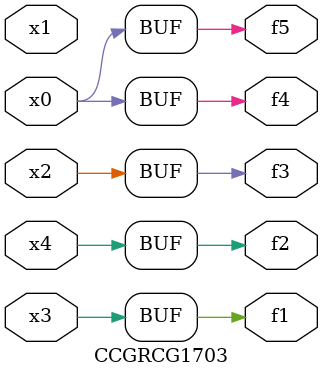
<source format=v>
module CCGRCG1703(
	input x0, x1, x2, x3, x4,
	output f1, f2, f3, f4, f5
);
	assign f1 = x3;
	assign f2 = x4;
	assign f3 = x2;
	assign f4 = x0;
	assign f5 = x0;
endmodule

</source>
